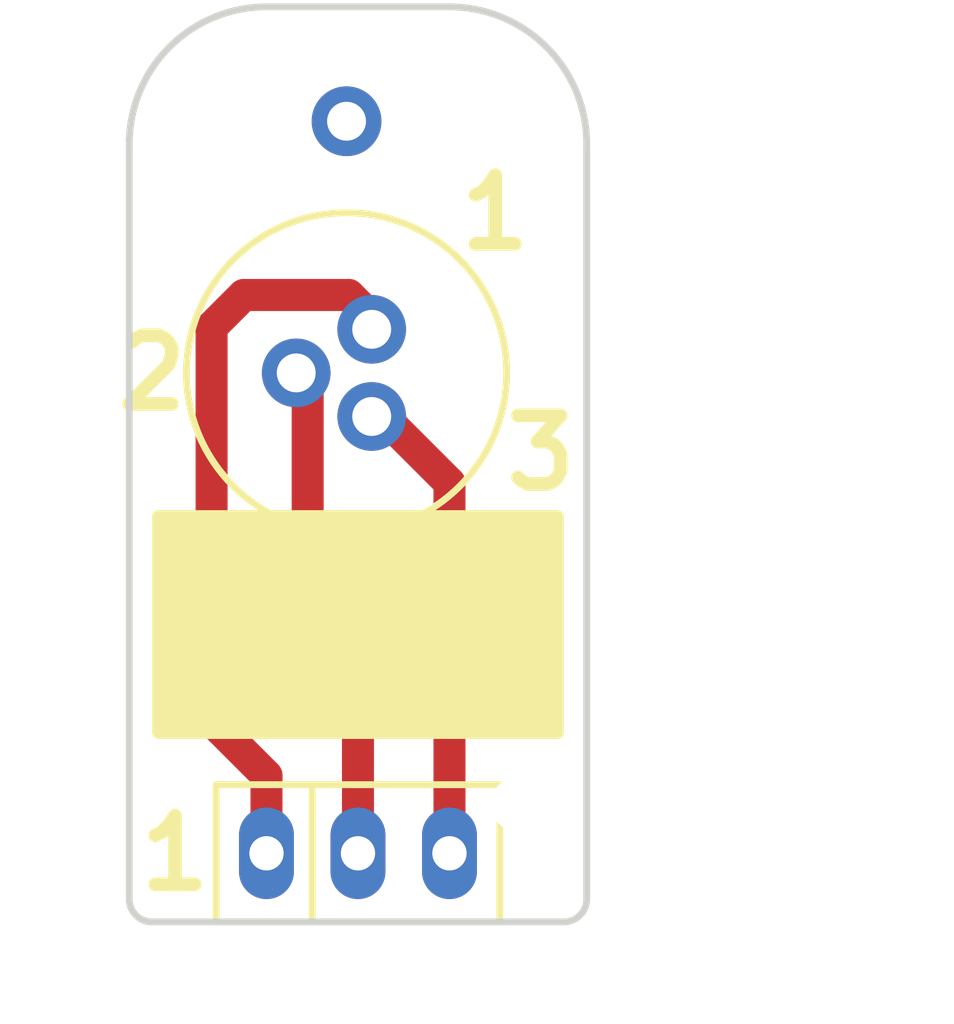
<source format=kicad_pcb>
(kicad_pcb (version 4) (host pcbnew 4.0.7-e2-6376~58~ubuntu16.04.1)

  (general
    (links 3)
    (no_connects 0)
    (area 137.857144 94.924999 165.85 119.200001)
    (thickness 1.6)
    (drawings 14)
    (tracks 11)
    (zones 0)
    (modules 2)
    (nets 4)
  )

  (page A4)
  (layers
    (0 F.Cu signal)
    (31 B.Cu signal)
    (32 B.Adhes user)
    (33 F.Adhes user)
    (34 B.Paste user)
    (35 F.Paste user)
    (36 B.SilkS user)
    (37 F.SilkS user)
    (38 B.Mask user)
    (39 F.Mask user)
    (40 Dwgs.User user)
    (41 Cmts.User user)
    (42 Eco1.User user)
    (43 Eco2.User user)
    (44 Edge.Cuts user)
    (45 Margin user)
    (46 B.CrtYd user)
    (47 F.CrtYd user)
    (48 B.Fab user)
    (49 F.Fab user)
  )

  (setup
    (last_trace_width 0.7)
    (trace_clearance 0.2)
    (zone_clearance 0.508)
    (zone_45_only no)
    (trace_min 0.2)
    (segment_width 0.2)
    (edge_width 0.15)
    (via_size 0.6)
    (via_drill 0.4)
    (via_min_size 0.4)
    (via_min_drill 0.3)
    (uvia_size 0.3)
    (uvia_drill 0.1)
    (uvias_allowed no)
    (uvia_min_size 0.2)
    (uvia_min_drill 0.1)
    (pcb_text_width 0.3)
    (pcb_text_size 1.5 1.5)
    (mod_edge_width 0.15)
    (mod_text_size 1 1)
    (mod_text_width 0.15)
    (pad_size 1.524 1.524)
    (pad_drill 0.762)
    (pad_to_mask_clearance 0.2)
    (aux_axis_origin 0 0)
    (visible_elements FFFFFF7F)
    (pcbplotparams
      (layerselection 0x010f0_80000001)
      (usegerberextensions true)
      (excludeedgelayer true)
      (linewidth 0.100000)
      (plotframeref false)
      (viasonmask false)
      (mode 1)
      (useauxorigin false)
      (hpglpennumber 1)
      (hpglpenspeed 20)
      (hpglpendiameter 15)
      (hpglpenoverlay 2)
      (psnegative false)
      (psa4output false)
      (plotreference false)
      (plotvalue false)
      (plotinvisibletext false)
      (padsonsilk false)
      (subtractmaskfromsilk false)
      (outputformat 1)
      (mirror false)
      (drillshape 0)
      (scaleselection 1)
      (outputdirectory ../fabrication/3pin/))
  )

  (net 0 "")
  (net 1 "Net-(J1-Pad1)")
  (net 2 "Net-(J1-Pad2)")
  (net 3 "Net-(J1-Pad3)")

  (net_class Default "This is the default net class."
    (clearance 0.2)
    (trace_width 0.7)
    (via_dia 0.6)
    (via_drill 0.4)
    (uvia_dia 0.3)
    (uvia_drill 0.1)
    (add_net "Net-(J1-Pad1)")
    (add_net "Net-(J1-Pad2)")
    (add_net "Net-(J1-Pad3)")
  )

  (module "jstpa:B03B-PASK-1(LF)(SN)" (layer F.Cu) (tedit 5C86B6F6) (tstamp 5C86A3CA)
    (at 149 113.5)
    (path /5C86A14D)
    (fp_text reference J1 (at -4 0 90) (layer F.SilkS) hide
      (effects (font (size 1.2 1.2) (thickness 0.15)))
    )
    (fp_text value " B03B-PASK-1(LF)(SN)" (at 0 -2.7) (layer F.Fab) hide
      (effects (font (size 1.2 1.2) (thickness 0.15)))
    )
    (fp_line (start -3.1 -1.5) (end 3.1 -1.5) (layer F.SilkS) (width 0.15))
    (fp_line (start 3.1 -1.5) (end 3.1 1.5) (layer F.SilkS) (width 0.15))
    (fp_line (start 3.1 1.5) (end -3.1 1.5) (layer F.SilkS) (width 0.15))
    (fp_line (start -3.1 1.5) (end -3.1 -1.5) (layer F.SilkS) (width 0.15))
    (fp_line (start -1 -1.5) (end -1 1.5) (layer F.SilkS) (width 0.15))
    (pad 1 thru_hole oval (at -2 0) (size 1.2 2) (drill 0.75) (layers *.Cu *.Mask)
      (net 1 "Net-(J1-Pad1)"))
    (pad 2 thru_hole oval (at 0 0) (size 1.2 2) (drill 0.75) (layers *.Cu *.Mask)
      (net 2 "Net-(J1-Pad2)"))
    (pad 3 thru_hole oval (at 2 0) (size 1.2 2) (drill 0.75) (layers *.Cu *.Mask)
      (net 3 "Net-(J1-Pad3)"))
    (pad "" np_thru_hole circle (at 3.5 -1.07) (size 1.2 1.2) (drill 1.2) (layers *.Cu *.Mask))
  )

  (module fihser:UR07-3 (layer F.Cu) (tedit 5C86B79B) (tstamp 5C86B79D)
    (at 148.75 103)
    (path /5C86A1B5)
    (fp_text reference J2 (at -2.78 0 90) (layer F.SilkS) hide
      (effects (font (size 1.2 1.2) (thickness 0.15)))
    )
    (fp_text value Conn_01x03 (at 0 2.825) (layer F.Fab) hide
      (effects (font (size 1.2 1.2) (thickness 0.15)))
    )
    (fp_circle (center 0 0) (end 7.5 0) (layer F.CrtYd) (width 0.15))
    (fp_circle (center 0 0) (end 0 3.5) (layer F.SilkS) (width 0.15))
    (pad 1 thru_hole oval (at 0.549999 -0.952627) (size 1.5 1.5) (drill 0.85) (layers *.Cu *.Mask)
      (net 1 "Net-(J1-Pad1)"))
    (pad 2 thru_hole oval (at -1.1 0) (size 1.5 1.5) (drill 0.85) (layers *.Cu *.Mask)
      (net 2 "Net-(J1-Pad2)"))
    (pad 3 thru_hole oval (at 0.55 0.952627) (size 1.5 1.5) (drill 0.85) (layers *.Cu *.Mask)
      (net 3 "Net-(J1-Pad3)"))
    (pad "" thru_hole circle (at 0 -5.5 90) (size 1.524 1.524) (drill 0.85) (layers *.Cu *.Mask))
  )

  (dimension 10 (width 0.3) (layer Cmts.User)
    (gr_text "10.000 mm" (at 149 117.85) (layer Cmts.User)
      (effects (font (size 1.5 1.5) (thickness 0.3)))
    )
    (feature1 (pts (xy 154 105) (xy 154 119.2)))
    (feature2 (pts (xy 144 105) (xy 144 119.2)))
    (crossbar (pts (xy 144 116.5) (xy 154 116.5)))
    (arrow1a (pts (xy 154 116.5) (xy 152.873496 117.086421)))
    (arrow1b (pts (xy 154 116.5) (xy 152.873496 115.913579)))
    (arrow2a (pts (xy 144 116.5) (xy 145.126504 117.086421)))
    (arrow2b (pts (xy 144 116.5) (xy 145.126504 115.913579)))
  )
  (dimension 20 (width 0.3) (layer Cmts.User)
    (gr_text "20.000 mm" (at 159.35 105 270) (layer Cmts.User)
      (effects (font (size 1.5 1.5) (thickness 0.3)))
    )
    (feature1 (pts (xy 149 115) (xy 160.7 115)))
    (feature2 (pts (xy 149 95) (xy 160.7 95)))
    (crossbar (pts (xy 158 95) (xy 158 115)))
    (arrow1a (pts (xy 158 115) (xy 157.413579 113.873496)))
    (arrow1b (pts (xy 158 115) (xy 158.586421 113.873496)))
    (arrow2a (pts (xy 158 95) (xy 157.413579 96.126504)))
    (arrow2b (pts (xy 158 95) (xy 158.586421 96.126504)))
  )
  (gr_text 3 (at 153 104.75) (layer F.SilkS) (tstamp 5C86B7C7)
    (effects (font (size 1.5 1.5) (thickness 0.3)))
  )
  (gr_text 2 (at 144.5 103) (layer F.SilkS) (tstamp 5C86B75E)
    (effects (font (size 1.5 1.5) (thickness 0.3)))
  )
  (gr_text 1 (at 152 99.5) (layer F.SilkS)
    (effects (font (size 1.5 1.5) (thickness 0.3)))
  )
  (gr_text 1 (at 145 113.5) (layer F.SilkS)
    (effects (font (size 1.5 1.5) (thickness 0.3)))
  )
  (gr_arc (start 151 98) (end 151 95) (angle 90) (layer Edge.Cuts) (width 0.15))
  (gr_arc (start 147 98) (end 144 98) (angle 90) (layer Edge.Cuts) (width 0.15))
  (gr_arc (start 144.5 114.5) (end 144.5 115) (angle 90) (layer Edge.Cuts) (width 0.15))
  (gr_arc (start 153.5 114.5) (end 154 114.5) (angle 90) (layer Edge.Cuts) (width 0.15))
  (gr_line (start 144 98) (end 144 114.5) (layer Edge.Cuts) (width 0.15))
  (gr_line (start 151 95) (end 147 95) (layer Edge.Cuts) (width 0.15))
  (gr_line (start 154 114.5) (end 154 98) (layer Edge.Cuts) (width 0.15))
  (gr_line (start 144.5 115) (end 153.5 115) (layer Edge.Cuts) (width 0.15))

  (segment (start 149.549999 102.047373) (end 148.8 101.297374) (width 0.7) (layer F.Cu) (net 1))
  (segment (start 148.8 101.297374) (end 146.502626 101.297374) (width 0.7) (layer F.Cu) (net 1))
  (segment (start 146.502626 101.297374) (end 145.8 102) (width 0.7) (layer F.Cu) (net 1))
  (segment (start 145.8 102) (end 145.8 110.6) (width 0.7) (layer F.Cu) (net 1))
  (segment (start 145.8 110.6) (end 147 111.8) (width 0.7) (layer F.Cu) (net 1))
  (segment (start 147 111.8) (end 147 113.5) (width 0.7) (layer F.Cu) (net 1))
  (segment (start 149 107.6) (end 147.9 106.5) (width 0.7) (layer F.Cu) (net 2))
  (segment (start 147.9 106.5) (end 147.9 103) (width 0.7) (layer F.Cu) (net 2))
  (segment (start 149 113.5) (end 149 107.6) (width 0.7) (layer F.Cu) (net 2))
  (segment (start 151 113.5) (end 151 105.402627) (width 0.7) (layer F.Cu) (net 3))
  (segment (start 151 105.402627) (end 149.55 103.952627) (width 0.7) (layer F.Cu) (net 3))

  (zone (net 0) (net_name "") (layer F.SilkS) (tstamp 0) (hatch edge 0.508)
    (connect_pads (clearance 0.508))
    (min_thickness 0.254)
    (fill yes (arc_segments 16) (thermal_gap 0.508) (thermal_bridge_width 0.508))
    (polygon
      (pts
        (xy 144.5 106) (xy 153.5 106) (xy 153.5 111) (xy 144.5 111)
      )
    )
    (filled_polygon
      (pts
        (xy 153.373 110.873) (xy 144.627 110.873) (xy 144.627 106.127) (xy 153.373 106.127)
      )
    )
  )
)

</source>
